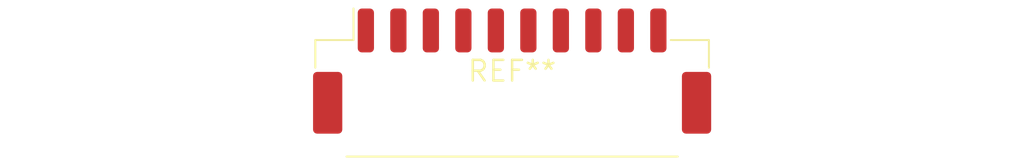
<source format=kicad_pcb>
(kicad_pcb (version 20240108) (generator pcbnew)
  (layers (0 "F.Cu" signal) (31 "B.Cu" signal) (34 "B.Paste" user) (35 "F.Paste" user) (36 "B.SilkS" user "B.Silkscreen") (37 "F.SilkS" user "F.Silkscreen") (38 "B.Mask" user) (39 "F.Mask" user) (44 "Edge.Cuts" user))
  (net 0 "")
  (footprint "Molex_CLIK-Mate_502494-1070_1x10-1MP_P2.00mm_Horizontal" (layer "F.Cu") (at 0 0)
    (property "Reference" "REF**")
    (property "Value" "Molex_CLIK-Mate_502494-1070_1x10-1MP_P2.00mm_Horizontal")
    (fp_line (start -12.11 -1.91) (end -9.76 -1.91) (layer "F.SilkS") (stroke (width 0.12)))
    (fp_line (start -12.11 -0.21) (end -12.11 -1.91) (layer "F.SilkS") (stroke (width 0.12)))
    (fp_line (start -10.19 5.26) (end 10.19 5.26) (layer "F.SilkS") (stroke (width 0.12)))
    (fp_line (start -9.76 -1.91) (end -9.76 -3.85) (layer "F.SilkS") (stroke (width 0.12)))
    (fp_line (start 12.11 -1.91) (end 9.76 -1.91) (layer "F.SilkS") (stroke (width 0.12)))
    (fp_line (start 12.11 -0.21) (end 12.11 -1.91) (layer "F.SilkS") (stroke (width 0.12)))
    (pad "1" smd roundrect (at -9 -2.5) (size 1 2.7) (layers "F.Cu" "F.Paste" "F.Mask"))
    (pad "2" smd roundrect (at -7 -2.5) (size 1 2.7) (layers "F.Cu" "F.Paste" "F.Mask"))
    (pad "3" smd roundrect (at -5 -2.5) (size 1 2.7) (layers "F.Cu" "F.Paste" "F.Mask"))
    (pad "4" smd roundrect (at -3 -2.5) (size 1 2.7) (layers "F.Cu" "F.Paste" "F.Mask"))
    (pad "5" smd roundrect (at -1 -2.5) (size 1 2.7) (layers "F.Cu" "F.Paste" "F.Mask"))
    (pad "6" smd roundrect (at 1 -2.5) (size 1 2.7) (layers "F.Cu" "F.Paste" "F.Mask"))
    (pad "7" smd roundrect (at 3 -2.5) (size 1 2.7) (layers "F.Cu" "F.Paste" "F.Mask"))
    (pad "8" smd roundrect (at 5 -2.5) (size 1 2.7) (layers "F.Cu" "F.Paste" "F.Mask"))
    (pad "9" smd roundrect (at 7 -2.5) (size 1 2.7) (layers "F.Cu" "F.Paste" "F.Mask"))
    (pad "10" smd roundrect (at 9 -2.5) (size 1 2.7) (layers "F.Cu" "F.Paste" "F.Mask"))
    (pad "MP" smd roundrect (at -11.35 1.95) (size 1.8 3.8) (layers "F.Cu" "F.Paste" "F.Mask") (roundrect_rratio 0.138889))
    (pad "MP" smd roundrect (at 11.35 1.95) (size 1.8 3.8) (layers "F.Cu" "F.Paste" "F.Mask") (roundrect_rratio 0.138889))
  )
)
</source>
